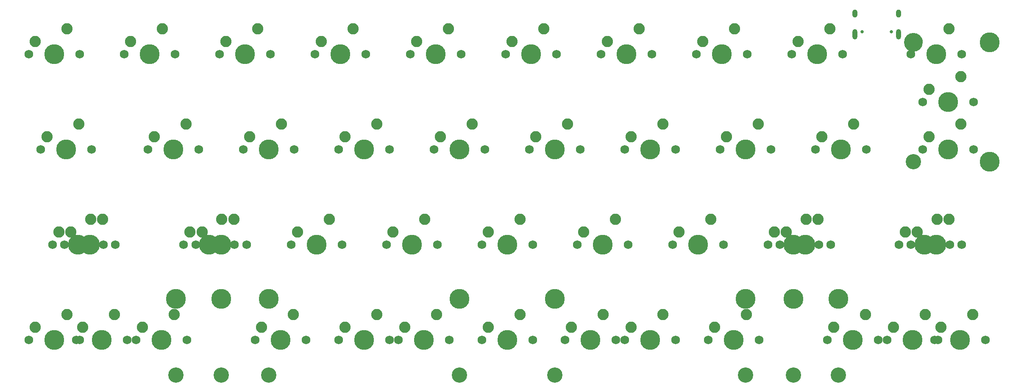
<source format=gts>
G04 #@! TF.GenerationSoftware,KiCad,Pcbnew,(6.0.11-0)*
G04 #@! TF.CreationDate,2023-07-30T15:39:26+09:00*
G04 #@! TF.ProjectId,Tiny Dimply Qazy,54696e79-2044-4696-9d70-6c792051617a,rev?*
G04 #@! TF.SameCoordinates,Original*
G04 #@! TF.FileFunction,Soldermask,Top*
G04 #@! TF.FilePolarity,Negative*
%FSLAX46Y46*%
G04 Gerber Fmt 4.6, Leading zero omitted, Abs format (unit mm)*
G04 Created by KiCad (PCBNEW (6.0.11-0)) date 2023-07-30 15:39:26*
%MOMM*%
%LPD*%
G01*
G04 APERTURE LIST*
%ADD10C,1.750000*%
%ADD11C,3.987800*%
%ADD12C,2.250000*%
%ADD13C,3.048000*%
%ADD14C,3.750000*%
%ADD15C,0.650000*%
%ADD16O,1.000000X2.100000*%
%ADD17O,1.000000X1.600000*%
G04 APERTURE END LIST*
D10*
X135255000Y-84137500D03*
X125095000Y-84137500D03*
D11*
X130175000Y-84137500D03*
D12*
X126365000Y-81597500D03*
X132715000Y-79057500D03*
D11*
X220662500Y-122237500D03*
D10*
X225742500Y-122237500D03*
X215582500Y-122237500D03*
D12*
X216852500Y-119697500D03*
X223202500Y-117157500D03*
D10*
X177482500Y-65087500D03*
X187642500Y-65087500D03*
D11*
X182562500Y-65087500D03*
D12*
X178752500Y-62547500D03*
X185102500Y-60007500D03*
D10*
X144780000Y-122237500D03*
D11*
X92075000Y-113982500D03*
X139700000Y-122237500D03*
D13*
X187325000Y-129222500D03*
D11*
X187325000Y-113982500D03*
D10*
X134620000Y-122237500D03*
D13*
X92075000Y-129222500D03*
D12*
X135890000Y-119697500D03*
X142240000Y-117157500D03*
D10*
X168592500Y-65087500D03*
X158432500Y-65087500D03*
D11*
X163512500Y-65087500D03*
D12*
X159702500Y-62547500D03*
X166052500Y-60007500D03*
D10*
X161448750Y-122237500D03*
X151288750Y-122237500D03*
D11*
X156368750Y-122237500D03*
D12*
X152558750Y-119697500D03*
X158908750Y-117157500D03*
D10*
X144780000Y-103187500D03*
D11*
X139700000Y-103187500D03*
D10*
X134620000Y-103187500D03*
D12*
X135890000Y-100647500D03*
X142240000Y-98107500D03*
D10*
X222726250Y-84137500D03*
X232886250Y-84137500D03*
D11*
X227806250Y-84137500D03*
D12*
X223996250Y-81597500D03*
X230346250Y-79057500D03*
D10*
X53657500Y-122237500D03*
D11*
X58737500Y-122237500D03*
D10*
X63817500Y-122237500D03*
D12*
X54927500Y-119697500D03*
X61277500Y-117157500D03*
D10*
X63182500Y-65087500D03*
X73342500Y-65087500D03*
D11*
X68262500Y-65087500D03*
D12*
X64452500Y-62547500D03*
X70802500Y-60007500D03*
D10*
X54292500Y-65087500D03*
D11*
X49212500Y-65087500D03*
D10*
X44132500Y-65087500D03*
D12*
X45402500Y-62547500D03*
X51752500Y-60007500D03*
D10*
X172720000Y-103187500D03*
X182880000Y-103187500D03*
D11*
X177800000Y-103187500D03*
D12*
X173990000Y-100647500D03*
X180340000Y-98107500D03*
D11*
X92075000Y-113982500D03*
X111125000Y-122237500D03*
D13*
X130175000Y-129222500D03*
D10*
X116205000Y-122237500D03*
D11*
X130175000Y-113982500D03*
D13*
X92075000Y-129222500D03*
D10*
X106045000Y-122237500D03*
D12*
X107315000Y-119697500D03*
X113665000Y-117157500D03*
D10*
X225107500Y-122237500D03*
D11*
X230187500Y-122237500D03*
D10*
X235267500Y-122237500D03*
D12*
X226377500Y-119697500D03*
X232727500Y-117157500D03*
D10*
X51276250Y-103187500D03*
D11*
X56356250Y-103187500D03*
D10*
X61436250Y-103187500D03*
D12*
X52546250Y-100647500D03*
X58896250Y-98107500D03*
D11*
X149225000Y-113982500D03*
X187325000Y-113982500D03*
D10*
X163195000Y-122237500D03*
D13*
X187325000Y-129222500D03*
X149225000Y-129222500D03*
D11*
X168275000Y-122237500D03*
D10*
X173355000Y-122237500D03*
D12*
X164465000Y-119697500D03*
X170815000Y-117157500D03*
D11*
X70643750Y-122237500D03*
D10*
X75723750Y-122237500D03*
X65563750Y-122237500D03*
D12*
X66833750Y-119697500D03*
X73183750Y-117157500D03*
D10*
X196532500Y-65087500D03*
D11*
X201612500Y-65087500D03*
D10*
X206692500Y-65087500D03*
D12*
X197802500Y-62547500D03*
X204152500Y-60007500D03*
D13*
X196850000Y-129222500D03*
D11*
X82550000Y-113982500D03*
X196850000Y-113982500D03*
D13*
X73525000Y-129222500D03*
D10*
X144780000Y-122237500D03*
D11*
X73525000Y-113982500D03*
D13*
X205875000Y-129222500D03*
D10*
X134620000Y-122237500D03*
D13*
X82550000Y-129222500D03*
D11*
X205875000Y-113982500D03*
X139700000Y-122237500D03*
D12*
X135890000Y-119697500D03*
X142240000Y-117157500D03*
D11*
X106362500Y-65087500D03*
D10*
X111442500Y-65087500D03*
X101282500Y-65087500D03*
D12*
X102552500Y-62547500D03*
X108902500Y-60007500D03*
D10*
X211455000Y-84137500D03*
X201295000Y-84137500D03*
D11*
X206375000Y-84137500D03*
D12*
X202565000Y-81597500D03*
X208915000Y-79057500D03*
D10*
X194151253Y-103187500D03*
D11*
X199231253Y-103187500D03*
D10*
X204311253Y-103187500D03*
D12*
X195421253Y-100647500D03*
X201771253Y-98107500D03*
D10*
X106045000Y-84137500D03*
D11*
X111125000Y-84137500D03*
D10*
X116205000Y-84137500D03*
D12*
X107315000Y-81597500D03*
X113665000Y-79057500D03*
D11*
X101600000Y-103187500D03*
D10*
X106680000Y-103187500D03*
X96520000Y-103187500D03*
D12*
X97790000Y-100647500D03*
X104140000Y-98107500D03*
D10*
X182245000Y-84137500D03*
D11*
X187325000Y-84137500D03*
D10*
X192405000Y-84137500D03*
D12*
X183515000Y-81597500D03*
X189865000Y-79057500D03*
D11*
X208756250Y-122237500D03*
D10*
X203676250Y-122237500D03*
X213836250Y-122237500D03*
D12*
X204946250Y-119697500D03*
X211296250Y-117157500D03*
D10*
X173355000Y-84137500D03*
D11*
X168275000Y-84137500D03*
D10*
X163195000Y-84137500D03*
D12*
X164465000Y-81597500D03*
X170815000Y-79057500D03*
D10*
X230505000Y-65087500D03*
X220345000Y-65087500D03*
D11*
X225425000Y-65087500D03*
D12*
X221615000Y-62547500D03*
X227965000Y-60007500D03*
D10*
X86995000Y-84137500D03*
X97155000Y-84137500D03*
D11*
X92075000Y-84137500D03*
D12*
X88265000Y-81597500D03*
X94615000Y-79057500D03*
D10*
X89376250Y-122237500D03*
X99536250Y-122237500D03*
D11*
X94456250Y-122237500D03*
D12*
X90646250Y-119697500D03*
X96996250Y-117157500D03*
D10*
X128111250Y-122237500D03*
X117951250Y-122237500D03*
D11*
X123031250Y-122237500D03*
D12*
X119221250Y-119697500D03*
X125571250Y-117157500D03*
D10*
X163830000Y-103187500D03*
X153670000Y-103187500D03*
D11*
X158750000Y-103187500D03*
D12*
X154940000Y-100647500D03*
X161290000Y-98107500D03*
D11*
X125412500Y-65087500D03*
D10*
X130492500Y-65087500D03*
X120332500Y-65087500D03*
D12*
X121602500Y-62547500D03*
X127952500Y-60007500D03*
D10*
X191770000Y-103187500D03*
X201930000Y-103187500D03*
D11*
X196850000Y-103187500D03*
D12*
X193040000Y-100647500D03*
X199390000Y-98107500D03*
D10*
X44132500Y-122237500D03*
D11*
X49212500Y-122237500D03*
D10*
X54292500Y-122237500D03*
D12*
X45402500Y-119697500D03*
X51752500Y-117157500D03*
D10*
X78105000Y-84137500D03*
X67945000Y-84137500D03*
D11*
X73025000Y-84137500D03*
D12*
X69215000Y-81597500D03*
X75565000Y-79057500D03*
D10*
X85248748Y-103187500D03*
D11*
X80168748Y-103187500D03*
D10*
X75088748Y-103187500D03*
D12*
X76358748Y-100647500D03*
X82708748Y-98107500D03*
D10*
X217963750Y-103187500D03*
D11*
X223043750Y-103187500D03*
D10*
X228123750Y-103187500D03*
D12*
X219233750Y-100647500D03*
X225583750Y-98107500D03*
D11*
X236061250Y-62674500D03*
D13*
X220821250Y-86550500D03*
D10*
X232886250Y-74612500D03*
D11*
X227806250Y-74612500D03*
D10*
X222726250Y-74612500D03*
D14*
X220821250Y-62674500D03*
D11*
X236061250Y-86550500D03*
D12*
X223996250Y-72072500D03*
X230346250Y-69532500D03*
D10*
X190023750Y-122237500D03*
D11*
X184943750Y-122237500D03*
D10*
X179863750Y-122237500D03*
D12*
X181133750Y-119697500D03*
X187483750Y-117157500D03*
D11*
X120650000Y-103187500D03*
D10*
X115570000Y-103187500D03*
X125730000Y-103187500D03*
D12*
X116840000Y-100647500D03*
X123190000Y-98107500D03*
D11*
X87312500Y-65087500D03*
D10*
X82232500Y-65087500D03*
X92392500Y-65087500D03*
D12*
X83502500Y-62547500D03*
X89852500Y-60007500D03*
D11*
X53974998Y-103187500D03*
D10*
X48894998Y-103187500D03*
X59054998Y-103187500D03*
D12*
X50164998Y-100647500D03*
X56514998Y-98107500D03*
D10*
X87630000Y-103187500D03*
X77470000Y-103187500D03*
D11*
X82550000Y-103187500D03*
D12*
X78740000Y-100647500D03*
X85090000Y-98107500D03*
D10*
X230505003Y-103187500D03*
X220345003Y-103187500D03*
D11*
X225425003Y-103187500D03*
D12*
X221615003Y-100647500D03*
X227965003Y-98107500D03*
D11*
X51593750Y-84137500D03*
D10*
X56673750Y-84137500D03*
X46513750Y-84137500D03*
D12*
X47783750Y-81597500D03*
X54133750Y-79057500D03*
D11*
X144462500Y-65087500D03*
D10*
X139382500Y-65087500D03*
X149542500Y-65087500D03*
D12*
X140652500Y-62547500D03*
X147002500Y-60007500D03*
D10*
X154305000Y-84137500D03*
D11*
X149225000Y-84137500D03*
D10*
X144145000Y-84137500D03*
D12*
X145415000Y-81597500D03*
X151765000Y-79057500D03*
D15*
X216408750Y-60543750D03*
X210628750Y-60543750D03*
D16*
X217838750Y-61073750D03*
D17*
X209198750Y-56893750D03*
D16*
X209198750Y-61073750D03*
D17*
X217838750Y-56893750D03*
M02*

</source>
